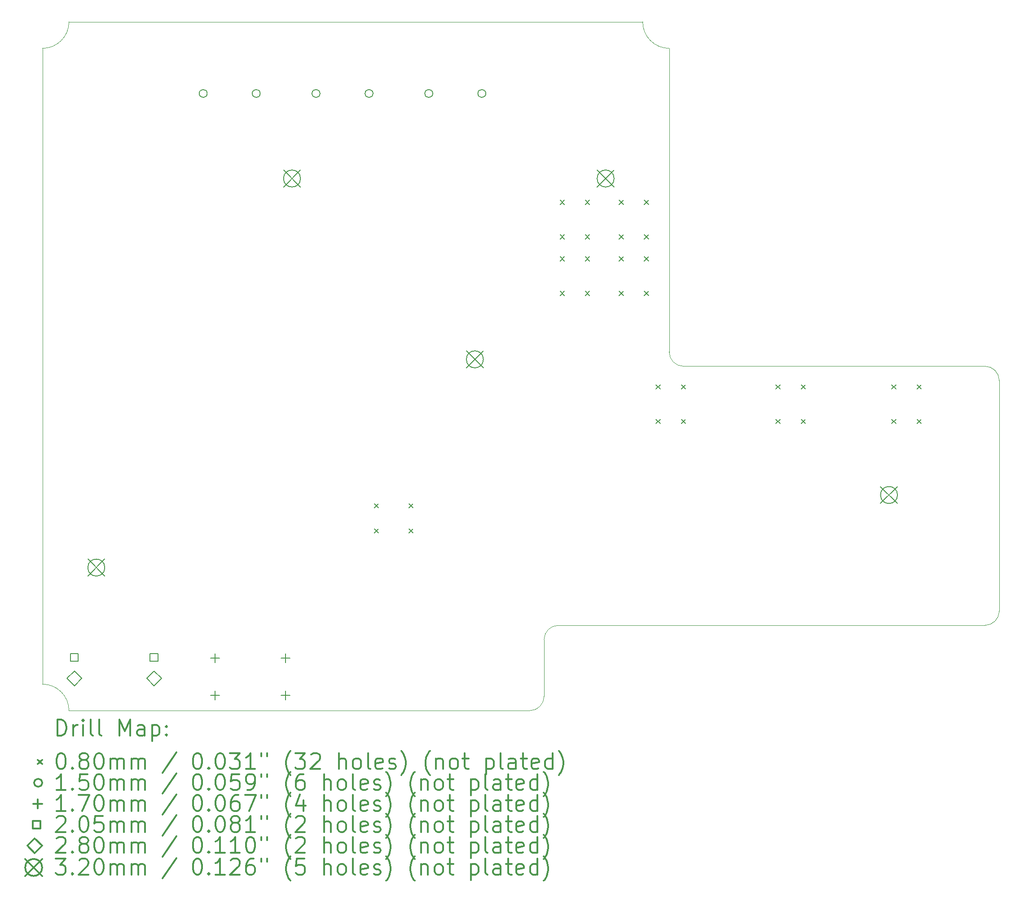
<source format=gbr>
%FSLAX45Y45*%
G04 Gerber Fmt 4.5, Leading zero omitted, Abs format (unit mm)*
G04 Created by KiCad (PCBNEW (5.1.4)-1) date 2020-03-11 17:27:01*
%MOMM*%
%LPD*%
G04 APERTURE LIST*
%ADD10C,0.120000*%
%ADD11C,0.200000*%
%ADD12C,0.300000*%
G04 APERTURE END LIST*
D10*
X7769800Y-1620860D02*
X7769800Y-2690860D01*
X7769800Y-1620860D02*
G75*
G02X8039800Y-1350860I270000J0D01*
G01*
X16084800Y-1350860D02*
X8039800Y-1350860D01*
X7769800Y-2690860D02*
G75*
G02X7499800Y-2960860I-270000J0D01*
G01*
X16354800Y-1080860D02*
G75*
G02X16084800Y-1350860I-270000J0D01*
G01*
X16084800Y3539140D02*
G75*
G02X16354800Y3269140I0J-270000D01*
G01*
X16084800Y3539140D02*
X10399800Y3539140D01*
X16354800Y3269140D02*
X16354800Y-1080860D01*
X-1190200Y10039140D02*
X9629800Y10039140D01*
X-1690200Y-2460860D02*
X-1690200Y9539140D01*
X7499800Y-2960860D02*
X-1190200Y-2960860D01*
X10399800Y3539140D02*
G75*
G02X10129800Y3809140I0J270000D01*
G01*
X10129800Y9539140D02*
X10129800Y3809140D01*
X-1190200Y-2960860D02*
G75*
G03X-1690200Y-2460860I-500000J0D01*
G01*
X9629800Y10039140D02*
G75*
G03X10129800Y9539140I500000J0D01*
G01*
X-1690200Y9539140D02*
G75*
G03X-1190200Y10039140I0J500000D01*
G01*
D11*
X8072750Y6671740D02*
X8152750Y6591740D01*
X8152750Y6671740D02*
X8072750Y6591740D01*
X8072750Y6021740D02*
X8152750Y5941740D01*
X8152750Y6021740D02*
X8072750Y5941740D01*
X8547750Y6671740D02*
X8627750Y6591740D01*
X8627750Y6671740D02*
X8547750Y6591740D01*
X8547750Y6021740D02*
X8627750Y5941740D01*
X8627750Y6021740D02*
X8547750Y5941740D01*
X9187300Y6671740D02*
X9267300Y6591740D01*
X9267300Y6671740D02*
X9187300Y6591740D01*
X9187300Y6021740D02*
X9267300Y5941740D01*
X9267300Y6021740D02*
X9187300Y5941740D01*
X9662300Y6671740D02*
X9742300Y6591740D01*
X9742300Y6671740D02*
X9662300Y6591740D01*
X9662300Y6021740D02*
X9742300Y5941740D01*
X9742300Y6021740D02*
X9662300Y5941740D01*
X12143100Y3188540D02*
X12223100Y3108540D01*
X12223100Y3188540D02*
X12143100Y3108540D01*
X12143100Y2538540D02*
X12223100Y2458540D01*
X12223100Y2538540D02*
X12143100Y2458540D01*
X12618100Y3188540D02*
X12698100Y3108540D01*
X12698100Y3188540D02*
X12618100Y3108540D01*
X12618100Y2538540D02*
X12698100Y2458540D01*
X12698100Y2538540D02*
X12618100Y2458540D01*
X8072750Y5604940D02*
X8152750Y5524940D01*
X8152750Y5604940D02*
X8072750Y5524940D01*
X8072750Y4954940D02*
X8152750Y4874940D01*
X8152750Y4954940D02*
X8072750Y4874940D01*
X8547750Y5604940D02*
X8627750Y5524940D01*
X8627750Y5604940D02*
X8547750Y5524940D01*
X8547750Y4954940D02*
X8627750Y4874940D01*
X8627750Y4954940D02*
X8547750Y4874940D01*
X9882500Y3188540D02*
X9962500Y3108540D01*
X9962500Y3188540D02*
X9882500Y3108540D01*
X9882500Y2538540D02*
X9962500Y2458540D01*
X9962500Y2538540D02*
X9882500Y2458540D01*
X10357500Y3188540D02*
X10437500Y3108540D01*
X10437500Y3188540D02*
X10357500Y3108540D01*
X10357500Y2538540D02*
X10437500Y2458540D01*
X10437500Y2538540D02*
X10357500Y2458540D01*
X9187300Y5604940D02*
X9267300Y5524940D01*
X9267300Y5604940D02*
X9187300Y5524940D01*
X9187300Y4954940D02*
X9267300Y4874940D01*
X9267300Y4954940D02*
X9187300Y4874940D01*
X9662300Y5604940D02*
X9742300Y5524940D01*
X9742300Y5604940D02*
X9662300Y5524940D01*
X9662300Y4954940D02*
X9742300Y4874940D01*
X9742300Y4954940D02*
X9662300Y4874940D01*
X4568620Y945520D02*
X4648620Y865520D01*
X4648620Y945520D02*
X4568620Y865520D01*
X4568620Y470520D02*
X4648620Y390520D01*
X4648620Y470520D02*
X4568620Y390520D01*
X5218620Y945520D02*
X5298620Y865520D01*
X5298620Y945520D02*
X5218620Y865520D01*
X5218620Y470520D02*
X5298620Y390520D01*
X5298620Y470520D02*
X5218620Y390520D01*
X14327500Y3188540D02*
X14407500Y3108540D01*
X14407500Y3188540D02*
X14327500Y3108540D01*
X14327500Y2538540D02*
X14407500Y2458540D01*
X14407500Y2538540D02*
X14327500Y2458540D01*
X14802500Y3188540D02*
X14882500Y3108540D01*
X14882500Y3188540D02*
X14802500Y3108540D01*
X14802500Y2538540D02*
X14882500Y2458540D01*
X14882500Y2538540D02*
X14802500Y2458540D01*
X1416500Y8687480D02*
G75*
G03X1416500Y8687480I-75000J0D01*
G01*
X2416500Y8687480D02*
G75*
G03X2416500Y8687480I-75000J0D01*
G01*
X3543750Y8687480D02*
G75*
G03X3543750Y8687480I-75000J0D01*
G01*
X4543750Y8687480D02*
G75*
G03X4543750Y8687480I-75000J0D01*
G01*
X5671000Y8687480D02*
G75*
G03X5671000Y8687480I-75000J0D01*
G01*
X6671000Y8687480D02*
G75*
G03X6671000Y8687480I-75000J0D01*
G01*
X2896660Y-1883860D02*
X2896660Y-2053860D01*
X2811660Y-1968860D02*
X2981660Y-1968860D01*
X2896660Y-2583860D02*
X2896660Y-2753860D01*
X2811660Y-2668860D02*
X2981660Y-2668860D01*
X1560860Y-1883860D02*
X1560860Y-2053860D01*
X1475860Y-1968860D02*
X1645860Y-1968860D01*
X1560860Y-2583860D02*
X1560860Y-2753860D01*
X1475860Y-2668860D02*
X1645860Y-2668860D01*
X-1014071Y-2025789D02*
X-1014071Y-1880831D01*
X-1159029Y-1880831D01*
X-1159029Y-2025789D01*
X-1014071Y-2025789D01*
X485929Y-2025789D02*
X485929Y-1880831D01*
X340971Y-1880831D01*
X340971Y-2025789D01*
X485929Y-2025789D01*
X-1086550Y-2493310D02*
X-946550Y-2353310D01*
X-1086550Y-2213310D01*
X-1226550Y-2353310D01*
X-1086550Y-2493310D01*
X413450Y-2493310D02*
X553450Y-2353310D01*
X413450Y-2213310D01*
X273450Y-2353310D01*
X413450Y-2493310D01*
X-835200Y-100860D02*
X-515200Y-420860D01*
X-515200Y-100860D02*
X-835200Y-420860D01*
X-515200Y-260860D02*
G75*
G03X-515200Y-260860I-160000J0D01*
G01*
X8770640Y7242790D02*
X9090640Y6922790D01*
X9090640Y7242790D02*
X8770640Y6922790D01*
X9090640Y7082790D02*
G75*
G03X9090640Y7082790I-160000J0D01*
G01*
X2856250Y7242790D02*
X3176250Y6922790D01*
X3176250Y7242790D02*
X2856250Y6922790D01*
X3176250Y7082790D02*
G75*
G03X3176250Y7082790I-160000J0D01*
G01*
X14114800Y1269140D02*
X14434800Y949140D01*
X14434800Y1269140D02*
X14114800Y949140D01*
X14434800Y1109140D02*
G75*
G03X14434800Y1109140I-160000J0D01*
G01*
X6304800Y3829140D02*
X6624800Y3509140D01*
X6624800Y3829140D02*
X6304800Y3509140D01*
X6624800Y3669140D02*
G75*
G03X6624800Y3669140I-160000J0D01*
G01*
D12*
X-1409772Y-3432574D02*
X-1409772Y-3132574D01*
X-1338343Y-3132574D01*
X-1295486Y-3146860D01*
X-1266914Y-3175431D01*
X-1252629Y-3204003D01*
X-1238343Y-3261146D01*
X-1238343Y-3304003D01*
X-1252629Y-3361146D01*
X-1266914Y-3389717D01*
X-1295486Y-3418289D01*
X-1338343Y-3432574D01*
X-1409772Y-3432574D01*
X-1109772Y-3432574D02*
X-1109772Y-3232574D01*
X-1109772Y-3289717D02*
X-1095486Y-3261146D01*
X-1081200Y-3246860D01*
X-1052629Y-3232574D01*
X-1024057Y-3232574D01*
X-924057Y-3432574D02*
X-924057Y-3232574D01*
X-924057Y-3132574D02*
X-938343Y-3146860D01*
X-924057Y-3161146D01*
X-909772Y-3146860D01*
X-924057Y-3132574D01*
X-924057Y-3161146D01*
X-738343Y-3432574D02*
X-766914Y-3418289D01*
X-781200Y-3389717D01*
X-781200Y-3132574D01*
X-581200Y-3432574D02*
X-609772Y-3418289D01*
X-624057Y-3389717D01*
X-624057Y-3132574D01*
X-238343Y-3432574D02*
X-238343Y-3132574D01*
X-138343Y-3346860D01*
X-38343Y-3132574D01*
X-38343Y-3432574D01*
X233086Y-3432574D02*
X233086Y-3275431D01*
X218800Y-3246860D01*
X190228Y-3232574D01*
X133086Y-3232574D01*
X104514Y-3246860D01*
X233086Y-3418289D02*
X204514Y-3432574D01*
X133086Y-3432574D01*
X104514Y-3418289D01*
X90228Y-3389717D01*
X90228Y-3361146D01*
X104514Y-3332574D01*
X133086Y-3318289D01*
X204514Y-3318289D01*
X233086Y-3304003D01*
X375943Y-3232574D02*
X375943Y-3532574D01*
X375943Y-3246860D02*
X404514Y-3232574D01*
X461657Y-3232574D01*
X490228Y-3246860D01*
X504514Y-3261146D01*
X518800Y-3289717D01*
X518800Y-3375431D01*
X504514Y-3404003D01*
X490228Y-3418289D01*
X461657Y-3432574D01*
X404514Y-3432574D01*
X375943Y-3418289D01*
X647371Y-3404003D02*
X661657Y-3418289D01*
X647371Y-3432574D01*
X633086Y-3418289D01*
X647371Y-3404003D01*
X647371Y-3432574D01*
X647371Y-3246860D02*
X661657Y-3261146D01*
X647371Y-3275431D01*
X633086Y-3261146D01*
X647371Y-3246860D01*
X647371Y-3275431D01*
X-1776200Y-3886860D02*
X-1696200Y-3966860D01*
X-1696200Y-3886860D02*
X-1776200Y-3966860D01*
X-1352629Y-3762574D02*
X-1324057Y-3762574D01*
X-1295486Y-3776860D01*
X-1281200Y-3791146D01*
X-1266914Y-3819717D01*
X-1252629Y-3876860D01*
X-1252629Y-3948289D01*
X-1266914Y-4005431D01*
X-1281200Y-4034003D01*
X-1295486Y-4048289D01*
X-1324057Y-4062574D01*
X-1352629Y-4062574D01*
X-1381200Y-4048289D01*
X-1395486Y-4034003D01*
X-1409772Y-4005431D01*
X-1424057Y-3948289D01*
X-1424057Y-3876860D01*
X-1409772Y-3819717D01*
X-1395486Y-3791146D01*
X-1381200Y-3776860D01*
X-1352629Y-3762574D01*
X-1124057Y-4034003D02*
X-1109772Y-4048289D01*
X-1124057Y-4062574D01*
X-1138343Y-4048289D01*
X-1124057Y-4034003D01*
X-1124057Y-4062574D01*
X-938343Y-3891146D02*
X-966914Y-3876860D01*
X-981200Y-3862574D01*
X-995486Y-3834003D01*
X-995486Y-3819717D01*
X-981200Y-3791146D01*
X-966914Y-3776860D01*
X-938343Y-3762574D01*
X-881200Y-3762574D01*
X-852629Y-3776860D01*
X-838343Y-3791146D01*
X-824057Y-3819717D01*
X-824057Y-3834003D01*
X-838343Y-3862574D01*
X-852629Y-3876860D01*
X-881200Y-3891146D01*
X-938343Y-3891146D01*
X-966914Y-3905431D01*
X-981200Y-3919717D01*
X-995486Y-3948289D01*
X-995486Y-4005431D01*
X-981200Y-4034003D01*
X-966914Y-4048289D01*
X-938343Y-4062574D01*
X-881200Y-4062574D01*
X-852629Y-4048289D01*
X-838343Y-4034003D01*
X-824057Y-4005431D01*
X-824057Y-3948289D01*
X-838343Y-3919717D01*
X-852629Y-3905431D01*
X-881200Y-3891146D01*
X-638343Y-3762574D02*
X-609772Y-3762574D01*
X-581200Y-3776860D01*
X-566914Y-3791146D01*
X-552629Y-3819717D01*
X-538343Y-3876860D01*
X-538343Y-3948289D01*
X-552629Y-4005431D01*
X-566914Y-4034003D01*
X-581200Y-4048289D01*
X-609772Y-4062574D01*
X-638343Y-4062574D01*
X-666914Y-4048289D01*
X-681200Y-4034003D01*
X-695486Y-4005431D01*
X-709772Y-3948289D01*
X-709772Y-3876860D01*
X-695486Y-3819717D01*
X-681200Y-3791146D01*
X-666914Y-3776860D01*
X-638343Y-3762574D01*
X-409772Y-4062574D02*
X-409772Y-3862574D01*
X-409772Y-3891146D02*
X-395486Y-3876860D01*
X-366914Y-3862574D01*
X-324057Y-3862574D01*
X-295486Y-3876860D01*
X-281200Y-3905431D01*
X-281200Y-4062574D01*
X-281200Y-3905431D02*
X-266914Y-3876860D01*
X-238343Y-3862574D01*
X-195486Y-3862574D01*
X-166914Y-3876860D01*
X-152629Y-3905431D01*
X-152629Y-4062574D01*
X-9772Y-4062574D02*
X-9772Y-3862574D01*
X-9772Y-3891146D02*
X4514Y-3876860D01*
X33086Y-3862574D01*
X75943Y-3862574D01*
X104514Y-3876860D01*
X118800Y-3905431D01*
X118800Y-4062574D01*
X118800Y-3905431D02*
X133086Y-3876860D01*
X161657Y-3862574D01*
X204514Y-3862574D01*
X233086Y-3876860D01*
X247371Y-3905431D01*
X247371Y-4062574D01*
X833086Y-3748289D02*
X575943Y-4134003D01*
X1218800Y-3762574D02*
X1247371Y-3762574D01*
X1275943Y-3776860D01*
X1290228Y-3791146D01*
X1304514Y-3819717D01*
X1318800Y-3876860D01*
X1318800Y-3948289D01*
X1304514Y-4005431D01*
X1290228Y-4034003D01*
X1275943Y-4048289D01*
X1247371Y-4062574D01*
X1218800Y-4062574D01*
X1190228Y-4048289D01*
X1175943Y-4034003D01*
X1161657Y-4005431D01*
X1147371Y-3948289D01*
X1147371Y-3876860D01*
X1161657Y-3819717D01*
X1175943Y-3791146D01*
X1190228Y-3776860D01*
X1218800Y-3762574D01*
X1447371Y-4034003D02*
X1461657Y-4048289D01*
X1447371Y-4062574D01*
X1433086Y-4048289D01*
X1447371Y-4034003D01*
X1447371Y-4062574D01*
X1647371Y-3762574D02*
X1675943Y-3762574D01*
X1704514Y-3776860D01*
X1718800Y-3791146D01*
X1733086Y-3819717D01*
X1747371Y-3876860D01*
X1747371Y-3948289D01*
X1733086Y-4005431D01*
X1718800Y-4034003D01*
X1704514Y-4048289D01*
X1675943Y-4062574D01*
X1647371Y-4062574D01*
X1618800Y-4048289D01*
X1604514Y-4034003D01*
X1590228Y-4005431D01*
X1575943Y-3948289D01*
X1575943Y-3876860D01*
X1590228Y-3819717D01*
X1604514Y-3791146D01*
X1618800Y-3776860D01*
X1647371Y-3762574D01*
X1847371Y-3762574D02*
X2033086Y-3762574D01*
X1933086Y-3876860D01*
X1975943Y-3876860D01*
X2004514Y-3891146D01*
X2018800Y-3905431D01*
X2033086Y-3934003D01*
X2033086Y-4005431D01*
X2018800Y-4034003D01*
X2004514Y-4048289D01*
X1975943Y-4062574D01*
X1890228Y-4062574D01*
X1861657Y-4048289D01*
X1847371Y-4034003D01*
X2318800Y-4062574D02*
X2147371Y-4062574D01*
X2233086Y-4062574D02*
X2233086Y-3762574D01*
X2204514Y-3805431D01*
X2175943Y-3834003D01*
X2147371Y-3848289D01*
X2433086Y-3762574D02*
X2433086Y-3819717D01*
X2547371Y-3762574D02*
X2547371Y-3819717D01*
X2990228Y-4176860D02*
X2975943Y-4162574D01*
X2947371Y-4119717D01*
X2933086Y-4091146D01*
X2918800Y-4048289D01*
X2904514Y-3976860D01*
X2904514Y-3919717D01*
X2918800Y-3848289D01*
X2933086Y-3805431D01*
X2947371Y-3776860D01*
X2975943Y-3734003D01*
X2990228Y-3719717D01*
X3075943Y-3762574D02*
X3261657Y-3762574D01*
X3161657Y-3876860D01*
X3204514Y-3876860D01*
X3233086Y-3891146D01*
X3247371Y-3905431D01*
X3261657Y-3934003D01*
X3261657Y-4005431D01*
X3247371Y-4034003D01*
X3233086Y-4048289D01*
X3204514Y-4062574D01*
X3118800Y-4062574D01*
X3090228Y-4048289D01*
X3075943Y-4034003D01*
X3375943Y-3791146D02*
X3390228Y-3776860D01*
X3418800Y-3762574D01*
X3490228Y-3762574D01*
X3518800Y-3776860D01*
X3533086Y-3791146D01*
X3547371Y-3819717D01*
X3547371Y-3848289D01*
X3533086Y-3891146D01*
X3361657Y-4062574D01*
X3547371Y-4062574D01*
X3904514Y-4062574D02*
X3904514Y-3762574D01*
X4033086Y-4062574D02*
X4033086Y-3905431D01*
X4018800Y-3876860D01*
X3990228Y-3862574D01*
X3947371Y-3862574D01*
X3918800Y-3876860D01*
X3904514Y-3891146D01*
X4218800Y-4062574D02*
X4190228Y-4048289D01*
X4175943Y-4034003D01*
X4161657Y-4005431D01*
X4161657Y-3919717D01*
X4175943Y-3891146D01*
X4190228Y-3876860D01*
X4218800Y-3862574D01*
X4261657Y-3862574D01*
X4290228Y-3876860D01*
X4304514Y-3891146D01*
X4318800Y-3919717D01*
X4318800Y-4005431D01*
X4304514Y-4034003D01*
X4290228Y-4048289D01*
X4261657Y-4062574D01*
X4218800Y-4062574D01*
X4490228Y-4062574D02*
X4461657Y-4048289D01*
X4447371Y-4019717D01*
X4447371Y-3762574D01*
X4718800Y-4048289D02*
X4690228Y-4062574D01*
X4633086Y-4062574D01*
X4604514Y-4048289D01*
X4590228Y-4019717D01*
X4590228Y-3905431D01*
X4604514Y-3876860D01*
X4633086Y-3862574D01*
X4690228Y-3862574D01*
X4718800Y-3876860D01*
X4733086Y-3905431D01*
X4733086Y-3934003D01*
X4590228Y-3962574D01*
X4847371Y-4048289D02*
X4875943Y-4062574D01*
X4933086Y-4062574D01*
X4961657Y-4048289D01*
X4975943Y-4019717D01*
X4975943Y-4005431D01*
X4961657Y-3976860D01*
X4933086Y-3962574D01*
X4890228Y-3962574D01*
X4861657Y-3948289D01*
X4847371Y-3919717D01*
X4847371Y-3905431D01*
X4861657Y-3876860D01*
X4890228Y-3862574D01*
X4933086Y-3862574D01*
X4961657Y-3876860D01*
X5075943Y-4176860D02*
X5090228Y-4162574D01*
X5118800Y-4119717D01*
X5133086Y-4091146D01*
X5147371Y-4048289D01*
X5161657Y-3976860D01*
X5161657Y-3919717D01*
X5147371Y-3848289D01*
X5133086Y-3805431D01*
X5118800Y-3776860D01*
X5090228Y-3734003D01*
X5075943Y-3719717D01*
X5618800Y-4176860D02*
X5604514Y-4162574D01*
X5575943Y-4119717D01*
X5561657Y-4091146D01*
X5547371Y-4048289D01*
X5533086Y-3976860D01*
X5533086Y-3919717D01*
X5547371Y-3848289D01*
X5561657Y-3805431D01*
X5575943Y-3776860D01*
X5604514Y-3734003D01*
X5618800Y-3719717D01*
X5733086Y-3862574D02*
X5733086Y-4062574D01*
X5733086Y-3891146D02*
X5747371Y-3876860D01*
X5775943Y-3862574D01*
X5818800Y-3862574D01*
X5847371Y-3876860D01*
X5861657Y-3905431D01*
X5861657Y-4062574D01*
X6047371Y-4062574D02*
X6018800Y-4048289D01*
X6004514Y-4034003D01*
X5990228Y-4005431D01*
X5990228Y-3919717D01*
X6004514Y-3891146D01*
X6018800Y-3876860D01*
X6047371Y-3862574D01*
X6090228Y-3862574D01*
X6118800Y-3876860D01*
X6133086Y-3891146D01*
X6147371Y-3919717D01*
X6147371Y-4005431D01*
X6133086Y-4034003D01*
X6118800Y-4048289D01*
X6090228Y-4062574D01*
X6047371Y-4062574D01*
X6233086Y-3862574D02*
X6347371Y-3862574D01*
X6275943Y-3762574D02*
X6275943Y-4019717D01*
X6290228Y-4048289D01*
X6318800Y-4062574D01*
X6347371Y-4062574D01*
X6675943Y-3862574D02*
X6675943Y-4162574D01*
X6675943Y-3876860D02*
X6704514Y-3862574D01*
X6761657Y-3862574D01*
X6790228Y-3876860D01*
X6804514Y-3891146D01*
X6818800Y-3919717D01*
X6818800Y-4005431D01*
X6804514Y-4034003D01*
X6790228Y-4048289D01*
X6761657Y-4062574D01*
X6704514Y-4062574D01*
X6675943Y-4048289D01*
X6990228Y-4062574D02*
X6961657Y-4048289D01*
X6947371Y-4019717D01*
X6947371Y-3762574D01*
X7233086Y-4062574D02*
X7233086Y-3905431D01*
X7218800Y-3876860D01*
X7190228Y-3862574D01*
X7133086Y-3862574D01*
X7104514Y-3876860D01*
X7233086Y-4048289D02*
X7204514Y-4062574D01*
X7133086Y-4062574D01*
X7104514Y-4048289D01*
X7090228Y-4019717D01*
X7090228Y-3991146D01*
X7104514Y-3962574D01*
X7133086Y-3948289D01*
X7204514Y-3948289D01*
X7233086Y-3934003D01*
X7333086Y-3862574D02*
X7447371Y-3862574D01*
X7375943Y-3762574D02*
X7375943Y-4019717D01*
X7390228Y-4048289D01*
X7418800Y-4062574D01*
X7447371Y-4062574D01*
X7661657Y-4048289D02*
X7633086Y-4062574D01*
X7575943Y-4062574D01*
X7547371Y-4048289D01*
X7533086Y-4019717D01*
X7533086Y-3905431D01*
X7547371Y-3876860D01*
X7575943Y-3862574D01*
X7633086Y-3862574D01*
X7661657Y-3876860D01*
X7675943Y-3905431D01*
X7675943Y-3934003D01*
X7533086Y-3962574D01*
X7933086Y-4062574D02*
X7933086Y-3762574D01*
X7933086Y-4048289D02*
X7904514Y-4062574D01*
X7847371Y-4062574D01*
X7818800Y-4048289D01*
X7804514Y-4034003D01*
X7790228Y-4005431D01*
X7790228Y-3919717D01*
X7804514Y-3891146D01*
X7818800Y-3876860D01*
X7847371Y-3862574D01*
X7904514Y-3862574D01*
X7933086Y-3876860D01*
X8047371Y-4176860D02*
X8061657Y-4162574D01*
X8090228Y-4119717D01*
X8104514Y-4091146D01*
X8118800Y-4048289D01*
X8133086Y-3976860D01*
X8133086Y-3919717D01*
X8118800Y-3848289D01*
X8104514Y-3805431D01*
X8090228Y-3776860D01*
X8061657Y-3734003D01*
X8047371Y-3719717D01*
X-1696200Y-4322860D02*
G75*
G03X-1696200Y-4322860I-75000J0D01*
G01*
X-1252629Y-4458574D02*
X-1424057Y-4458574D01*
X-1338343Y-4458574D02*
X-1338343Y-4158574D01*
X-1366914Y-4201432D01*
X-1395486Y-4230003D01*
X-1424057Y-4244289D01*
X-1124057Y-4430003D02*
X-1109772Y-4444289D01*
X-1124057Y-4458574D01*
X-1138343Y-4444289D01*
X-1124057Y-4430003D01*
X-1124057Y-4458574D01*
X-838343Y-4158574D02*
X-981200Y-4158574D01*
X-995486Y-4301432D01*
X-981200Y-4287146D01*
X-952629Y-4272860D01*
X-881200Y-4272860D01*
X-852629Y-4287146D01*
X-838343Y-4301432D01*
X-824057Y-4330003D01*
X-824057Y-4401432D01*
X-838343Y-4430003D01*
X-852629Y-4444289D01*
X-881200Y-4458574D01*
X-952629Y-4458574D01*
X-981200Y-4444289D01*
X-995486Y-4430003D01*
X-638343Y-4158574D02*
X-609772Y-4158574D01*
X-581200Y-4172860D01*
X-566914Y-4187146D01*
X-552629Y-4215717D01*
X-538343Y-4272860D01*
X-538343Y-4344289D01*
X-552629Y-4401432D01*
X-566914Y-4430003D01*
X-581200Y-4444289D01*
X-609772Y-4458574D01*
X-638343Y-4458574D01*
X-666914Y-4444289D01*
X-681200Y-4430003D01*
X-695486Y-4401432D01*
X-709772Y-4344289D01*
X-709772Y-4272860D01*
X-695486Y-4215717D01*
X-681200Y-4187146D01*
X-666914Y-4172860D01*
X-638343Y-4158574D01*
X-409772Y-4458574D02*
X-409772Y-4258574D01*
X-409772Y-4287146D02*
X-395486Y-4272860D01*
X-366914Y-4258574D01*
X-324057Y-4258574D01*
X-295486Y-4272860D01*
X-281200Y-4301432D01*
X-281200Y-4458574D01*
X-281200Y-4301432D02*
X-266914Y-4272860D01*
X-238343Y-4258574D01*
X-195486Y-4258574D01*
X-166914Y-4272860D01*
X-152629Y-4301432D01*
X-152629Y-4458574D01*
X-9772Y-4458574D02*
X-9772Y-4258574D01*
X-9772Y-4287146D02*
X4514Y-4272860D01*
X33086Y-4258574D01*
X75943Y-4258574D01*
X104514Y-4272860D01*
X118800Y-4301432D01*
X118800Y-4458574D01*
X118800Y-4301432D02*
X133086Y-4272860D01*
X161657Y-4258574D01*
X204514Y-4258574D01*
X233086Y-4272860D01*
X247371Y-4301432D01*
X247371Y-4458574D01*
X833086Y-4144289D02*
X575943Y-4530003D01*
X1218800Y-4158574D02*
X1247371Y-4158574D01*
X1275943Y-4172860D01*
X1290228Y-4187146D01*
X1304514Y-4215717D01*
X1318800Y-4272860D01*
X1318800Y-4344289D01*
X1304514Y-4401432D01*
X1290228Y-4430003D01*
X1275943Y-4444289D01*
X1247371Y-4458574D01*
X1218800Y-4458574D01*
X1190228Y-4444289D01*
X1175943Y-4430003D01*
X1161657Y-4401432D01*
X1147371Y-4344289D01*
X1147371Y-4272860D01*
X1161657Y-4215717D01*
X1175943Y-4187146D01*
X1190228Y-4172860D01*
X1218800Y-4158574D01*
X1447371Y-4430003D02*
X1461657Y-4444289D01*
X1447371Y-4458574D01*
X1433086Y-4444289D01*
X1447371Y-4430003D01*
X1447371Y-4458574D01*
X1647371Y-4158574D02*
X1675943Y-4158574D01*
X1704514Y-4172860D01*
X1718800Y-4187146D01*
X1733086Y-4215717D01*
X1747371Y-4272860D01*
X1747371Y-4344289D01*
X1733086Y-4401432D01*
X1718800Y-4430003D01*
X1704514Y-4444289D01*
X1675943Y-4458574D01*
X1647371Y-4458574D01*
X1618800Y-4444289D01*
X1604514Y-4430003D01*
X1590228Y-4401432D01*
X1575943Y-4344289D01*
X1575943Y-4272860D01*
X1590228Y-4215717D01*
X1604514Y-4187146D01*
X1618800Y-4172860D01*
X1647371Y-4158574D01*
X2018800Y-4158574D02*
X1875943Y-4158574D01*
X1861657Y-4301432D01*
X1875943Y-4287146D01*
X1904514Y-4272860D01*
X1975943Y-4272860D01*
X2004514Y-4287146D01*
X2018800Y-4301432D01*
X2033086Y-4330003D01*
X2033086Y-4401432D01*
X2018800Y-4430003D01*
X2004514Y-4444289D01*
X1975943Y-4458574D01*
X1904514Y-4458574D01*
X1875943Y-4444289D01*
X1861657Y-4430003D01*
X2175943Y-4458574D02*
X2233086Y-4458574D01*
X2261657Y-4444289D01*
X2275943Y-4430003D01*
X2304514Y-4387146D01*
X2318800Y-4330003D01*
X2318800Y-4215717D01*
X2304514Y-4187146D01*
X2290228Y-4172860D01*
X2261657Y-4158574D01*
X2204514Y-4158574D01*
X2175943Y-4172860D01*
X2161657Y-4187146D01*
X2147371Y-4215717D01*
X2147371Y-4287146D01*
X2161657Y-4315717D01*
X2175943Y-4330003D01*
X2204514Y-4344289D01*
X2261657Y-4344289D01*
X2290228Y-4330003D01*
X2304514Y-4315717D01*
X2318800Y-4287146D01*
X2433086Y-4158574D02*
X2433086Y-4215717D01*
X2547371Y-4158574D02*
X2547371Y-4215717D01*
X2990228Y-4572860D02*
X2975943Y-4558574D01*
X2947371Y-4515717D01*
X2933086Y-4487146D01*
X2918800Y-4444289D01*
X2904514Y-4372860D01*
X2904514Y-4315717D01*
X2918800Y-4244289D01*
X2933086Y-4201432D01*
X2947371Y-4172860D01*
X2975943Y-4130003D01*
X2990228Y-4115717D01*
X3233086Y-4158574D02*
X3175943Y-4158574D01*
X3147371Y-4172860D01*
X3133086Y-4187146D01*
X3104514Y-4230003D01*
X3090228Y-4287146D01*
X3090228Y-4401432D01*
X3104514Y-4430003D01*
X3118800Y-4444289D01*
X3147371Y-4458574D01*
X3204514Y-4458574D01*
X3233086Y-4444289D01*
X3247371Y-4430003D01*
X3261657Y-4401432D01*
X3261657Y-4330003D01*
X3247371Y-4301432D01*
X3233086Y-4287146D01*
X3204514Y-4272860D01*
X3147371Y-4272860D01*
X3118800Y-4287146D01*
X3104514Y-4301432D01*
X3090228Y-4330003D01*
X3618800Y-4458574D02*
X3618800Y-4158574D01*
X3747371Y-4458574D02*
X3747371Y-4301432D01*
X3733086Y-4272860D01*
X3704514Y-4258574D01*
X3661657Y-4258574D01*
X3633086Y-4272860D01*
X3618800Y-4287146D01*
X3933086Y-4458574D02*
X3904514Y-4444289D01*
X3890228Y-4430003D01*
X3875943Y-4401432D01*
X3875943Y-4315717D01*
X3890228Y-4287146D01*
X3904514Y-4272860D01*
X3933086Y-4258574D01*
X3975943Y-4258574D01*
X4004514Y-4272860D01*
X4018800Y-4287146D01*
X4033086Y-4315717D01*
X4033086Y-4401432D01*
X4018800Y-4430003D01*
X4004514Y-4444289D01*
X3975943Y-4458574D01*
X3933086Y-4458574D01*
X4204514Y-4458574D02*
X4175943Y-4444289D01*
X4161657Y-4415717D01*
X4161657Y-4158574D01*
X4433086Y-4444289D02*
X4404514Y-4458574D01*
X4347371Y-4458574D01*
X4318800Y-4444289D01*
X4304514Y-4415717D01*
X4304514Y-4301432D01*
X4318800Y-4272860D01*
X4347371Y-4258574D01*
X4404514Y-4258574D01*
X4433086Y-4272860D01*
X4447371Y-4301432D01*
X4447371Y-4330003D01*
X4304514Y-4358574D01*
X4561657Y-4444289D02*
X4590228Y-4458574D01*
X4647371Y-4458574D01*
X4675943Y-4444289D01*
X4690228Y-4415717D01*
X4690228Y-4401432D01*
X4675943Y-4372860D01*
X4647371Y-4358574D01*
X4604514Y-4358574D01*
X4575943Y-4344289D01*
X4561657Y-4315717D01*
X4561657Y-4301432D01*
X4575943Y-4272860D01*
X4604514Y-4258574D01*
X4647371Y-4258574D01*
X4675943Y-4272860D01*
X4790228Y-4572860D02*
X4804514Y-4558574D01*
X4833086Y-4515717D01*
X4847371Y-4487146D01*
X4861657Y-4444289D01*
X4875943Y-4372860D01*
X4875943Y-4315717D01*
X4861657Y-4244289D01*
X4847371Y-4201432D01*
X4833086Y-4172860D01*
X4804514Y-4130003D01*
X4790228Y-4115717D01*
X5333086Y-4572860D02*
X5318800Y-4558574D01*
X5290228Y-4515717D01*
X5275943Y-4487146D01*
X5261657Y-4444289D01*
X5247371Y-4372860D01*
X5247371Y-4315717D01*
X5261657Y-4244289D01*
X5275943Y-4201432D01*
X5290228Y-4172860D01*
X5318800Y-4130003D01*
X5333086Y-4115717D01*
X5447371Y-4258574D02*
X5447371Y-4458574D01*
X5447371Y-4287146D02*
X5461657Y-4272860D01*
X5490228Y-4258574D01*
X5533086Y-4258574D01*
X5561657Y-4272860D01*
X5575943Y-4301432D01*
X5575943Y-4458574D01*
X5761657Y-4458574D02*
X5733086Y-4444289D01*
X5718800Y-4430003D01*
X5704514Y-4401432D01*
X5704514Y-4315717D01*
X5718800Y-4287146D01*
X5733086Y-4272860D01*
X5761657Y-4258574D01*
X5804514Y-4258574D01*
X5833086Y-4272860D01*
X5847371Y-4287146D01*
X5861657Y-4315717D01*
X5861657Y-4401432D01*
X5847371Y-4430003D01*
X5833086Y-4444289D01*
X5804514Y-4458574D01*
X5761657Y-4458574D01*
X5947371Y-4258574D02*
X6061657Y-4258574D01*
X5990228Y-4158574D02*
X5990228Y-4415717D01*
X6004514Y-4444289D01*
X6033086Y-4458574D01*
X6061657Y-4458574D01*
X6390228Y-4258574D02*
X6390228Y-4558574D01*
X6390228Y-4272860D02*
X6418800Y-4258574D01*
X6475943Y-4258574D01*
X6504514Y-4272860D01*
X6518800Y-4287146D01*
X6533086Y-4315717D01*
X6533086Y-4401432D01*
X6518800Y-4430003D01*
X6504514Y-4444289D01*
X6475943Y-4458574D01*
X6418800Y-4458574D01*
X6390228Y-4444289D01*
X6704514Y-4458574D02*
X6675943Y-4444289D01*
X6661657Y-4415717D01*
X6661657Y-4158574D01*
X6947371Y-4458574D02*
X6947371Y-4301432D01*
X6933086Y-4272860D01*
X6904514Y-4258574D01*
X6847371Y-4258574D01*
X6818800Y-4272860D01*
X6947371Y-4444289D02*
X6918800Y-4458574D01*
X6847371Y-4458574D01*
X6818800Y-4444289D01*
X6804514Y-4415717D01*
X6804514Y-4387146D01*
X6818800Y-4358574D01*
X6847371Y-4344289D01*
X6918800Y-4344289D01*
X6947371Y-4330003D01*
X7047371Y-4258574D02*
X7161657Y-4258574D01*
X7090228Y-4158574D02*
X7090228Y-4415717D01*
X7104514Y-4444289D01*
X7133086Y-4458574D01*
X7161657Y-4458574D01*
X7375943Y-4444289D02*
X7347371Y-4458574D01*
X7290228Y-4458574D01*
X7261657Y-4444289D01*
X7247371Y-4415717D01*
X7247371Y-4301432D01*
X7261657Y-4272860D01*
X7290228Y-4258574D01*
X7347371Y-4258574D01*
X7375943Y-4272860D01*
X7390228Y-4301432D01*
X7390228Y-4330003D01*
X7247371Y-4358574D01*
X7647371Y-4458574D02*
X7647371Y-4158574D01*
X7647371Y-4444289D02*
X7618800Y-4458574D01*
X7561657Y-4458574D01*
X7533086Y-4444289D01*
X7518800Y-4430003D01*
X7504514Y-4401432D01*
X7504514Y-4315717D01*
X7518800Y-4287146D01*
X7533086Y-4272860D01*
X7561657Y-4258574D01*
X7618800Y-4258574D01*
X7647371Y-4272860D01*
X7761657Y-4572860D02*
X7775943Y-4558574D01*
X7804514Y-4515717D01*
X7818800Y-4487146D01*
X7833086Y-4444289D01*
X7847371Y-4372860D01*
X7847371Y-4315717D01*
X7833086Y-4244289D01*
X7818800Y-4201432D01*
X7804514Y-4172860D01*
X7775943Y-4130003D01*
X7761657Y-4115717D01*
X-1781200Y-4633860D02*
X-1781200Y-4803860D01*
X-1866200Y-4718860D02*
X-1696200Y-4718860D01*
X-1252629Y-4854574D02*
X-1424057Y-4854574D01*
X-1338343Y-4854574D02*
X-1338343Y-4554574D01*
X-1366914Y-4597432D01*
X-1395486Y-4626003D01*
X-1424057Y-4640289D01*
X-1124057Y-4826003D02*
X-1109772Y-4840289D01*
X-1124057Y-4854574D01*
X-1138343Y-4840289D01*
X-1124057Y-4826003D01*
X-1124057Y-4854574D01*
X-1009772Y-4554574D02*
X-809772Y-4554574D01*
X-938343Y-4854574D01*
X-638343Y-4554574D02*
X-609772Y-4554574D01*
X-581200Y-4568860D01*
X-566914Y-4583146D01*
X-552629Y-4611717D01*
X-538343Y-4668860D01*
X-538343Y-4740289D01*
X-552629Y-4797432D01*
X-566914Y-4826003D01*
X-581200Y-4840289D01*
X-609772Y-4854574D01*
X-638343Y-4854574D01*
X-666914Y-4840289D01*
X-681200Y-4826003D01*
X-695486Y-4797432D01*
X-709772Y-4740289D01*
X-709772Y-4668860D01*
X-695486Y-4611717D01*
X-681200Y-4583146D01*
X-666914Y-4568860D01*
X-638343Y-4554574D01*
X-409772Y-4854574D02*
X-409772Y-4654574D01*
X-409772Y-4683146D02*
X-395486Y-4668860D01*
X-366914Y-4654574D01*
X-324057Y-4654574D01*
X-295486Y-4668860D01*
X-281200Y-4697432D01*
X-281200Y-4854574D01*
X-281200Y-4697432D02*
X-266914Y-4668860D01*
X-238343Y-4654574D01*
X-195486Y-4654574D01*
X-166914Y-4668860D01*
X-152629Y-4697432D01*
X-152629Y-4854574D01*
X-9772Y-4854574D02*
X-9772Y-4654574D01*
X-9772Y-4683146D02*
X4514Y-4668860D01*
X33086Y-4654574D01*
X75943Y-4654574D01*
X104514Y-4668860D01*
X118800Y-4697432D01*
X118800Y-4854574D01*
X118800Y-4697432D02*
X133086Y-4668860D01*
X161657Y-4654574D01*
X204514Y-4654574D01*
X233086Y-4668860D01*
X247371Y-4697432D01*
X247371Y-4854574D01*
X833086Y-4540289D02*
X575943Y-4926003D01*
X1218800Y-4554574D02*
X1247371Y-4554574D01*
X1275943Y-4568860D01*
X1290228Y-4583146D01*
X1304514Y-4611717D01*
X1318800Y-4668860D01*
X1318800Y-4740289D01*
X1304514Y-4797432D01*
X1290228Y-4826003D01*
X1275943Y-4840289D01*
X1247371Y-4854574D01*
X1218800Y-4854574D01*
X1190228Y-4840289D01*
X1175943Y-4826003D01*
X1161657Y-4797432D01*
X1147371Y-4740289D01*
X1147371Y-4668860D01*
X1161657Y-4611717D01*
X1175943Y-4583146D01*
X1190228Y-4568860D01*
X1218800Y-4554574D01*
X1447371Y-4826003D02*
X1461657Y-4840289D01*
X1447371Y-4854574D01*
X1433086Y-4840289D01*
X1447371Y-4826003D01*
X1447371Y-4854574D01*
X1647371Y-4554574D02*
X1675943Y-4554574D01*
X1704514Y-4568860D01*
X1718800Y-4583146D01*
X1733086Y-4611717D01*
X1747371Y-4668860D01*
X1747371Y-4740289D01*
X1733086Y-4797432D01*
X1718800Y-4826003D01*
X1704514Y-4840289D01*
X1675943Y-4854574D01*
X1647371Y-4854574D01*
X1618800Y-4840289D01*
X1604514Y-4826003D01*
X1590228Y-4797432D01*
X1575943Y-4740289D01*
X1575943Y-4668860D01*
X1590228Y-4611717D01*
X1604514Y-4583146D01*
X1618800Y-4568860D01*
X1647371Y-4554574D01*
X2004514Y-4554574D02*
X1947371Y-4554574D01*
X1918800Y-4568860D01*
X1904514Y-4583146D01*
X1875943Y-4626003D01*
X1861657Y-4683146D01*
X1861657Y-4797432D01*
X1875943Y-4826003D01*
X1890228Y-4840289D01*
X1918800Y-4854574D01*
X1975943Y-4854574D01*
X2004514Y-4840289D01*
X2018800Y-4826003D01*
X2033086Y-4797432D01*
X2033086Y-4726003D01*
X2018800Y-4697432D01*
X2004514Y-4683146D01*
X1975943Y-4668860D01*
X1918800Y-4668860D01*
X1890228Y-4683146D01*
X1875943Y-4697432D01*
X1861657Y-4726003D01*
X2133086Y-4554574D02*
X2333086Y-4554574D01*
X2204514Y-4854574D01*
X2433086Y-4554574D02*
X2433086Y-4611717D01*
X2547371Y-4554574D02*
X2547371Y-4611717D01*
X2990228Y-4968860D02*
X2975943Y-4954574D01*
X2947371Y-4911717D01*
X2933086Y-4883146D01*
X2918800Y-4840289D01*
X2904514Y-4768860D01*
X2904514Y-4711717D01*
X2918800Y-4640289D01*
X2933086Y-4597432D01*
X2947371Y-4568860D01*
X2975943Y-4526003D01*
X2990228Y-4511717D01*
X3233086Y-4654574D02*
X3233086Y-4854574D01*
X3161657Y-4540289D02*
X3090228Y-4754574D01*
X3275943Y-4754574D01*
X3618800Y-4854574D02*
X3618800Y-4554574D01*
X3747371Y-4854574D02*
X3747371Y-4697432D01*
X3733086Y-4668860D01*
X3704514Y-4654574D01*
X3661657Y-4654574D01*
X3633086Y-4668860D01*
X3618800Y-4683146D01*
X3933086Y-4854574D02*
X3904514Y-4840289D01*
X3890228Y-4826003D01*
X3875943Y-4797432D01*
X3875943Y-4711717D01*
X3890228Y-4683146D01*
X3904514Y-4668860D01*
X3933086Y-4654574D01*
X3975943Y-4654574D01*
X4004514Y-4668860D01*
X4018800Y-4683146D01*
X4033086Y-4711717D01*
X4033086Y-4797432D01*
X4018800Y-4826003D01*
X4004514Y-4840289D01*
X3975943Y-4854574D01*
X3933086Y-4854574D01*
X4204514Y-4854574D02*
X4175943Y-4840289D01*
X4161657Y-4811717D01*
X4161657Y-4554574D01*
X4433086Y-4840289D02*
X4404514Y-4854574D01*
X4347371Y-4854574D01*
X4318800Y-4840289D01*
X4304514Y-4811717D01*
X4304514Y-4697432D01*
X4318800Y-4668860D01*
X4347371Y-4654574D01*
X4404514Y-4654574D01*
X4433086Y-4668860D01*
X4447371Y-4697432D01*
X4447371Y-4726003D01*
X4304514Y-4754574D01*
X4561657Y-4840289D02*
X4590228Y-4854574D01*
X4647371Y-4854574D01*
X4675943Y-4840289D01*
X4690228Y-4811717D01*
X4690228Y-4797432D01*
X4675943Y-4768860D01*
X4647371Y-4754574D01*
X4604514Y-4754574D01*
X4575943Y-4740289D01*
X4561657Y-4711717D01*
X4561657Y-4697432D01*
X4575943Y-4668860D01*
X4604514Y-4654574D01*
X4647371Y-4654574D01*
X4675943Y-4668860D01*
X4790228Y-4968860D02*
X4804514Y-4954574D01*
X4833086Y-4911717D01*
X4847371Y-4883146D01*
X4861657Y-4840289D01*
X4875943Y-4768860D01*
X4875943Y-4711717D01*
X4861657Y-4640289D01*
X4847371Y-4597432D01*
X4833086Y-4568860D01*
X4804514Y-4526003D01*
X4790228Y-4511717D01*
X5333086Y-4968860D02*
X5318800Y-4954574D01*
X5290228Y-4911717D01*
X5275943Y-4883146D01*
X5261657Y-4840289D01*
X5247371Y-4768860D01*
X5247371Y-4711717D01*
X5261657Y-4640289D01*
X5275943Y-4597432D01*
X5290228Y-4568860D01*
X5318800Y-4526003D01*
X5333086Y-4511717D01*
X5447371Y-4654574D02*
X5447371Y-4854574D01*
X5447371Y-4683146D02*
X5461657Y-4668860D01*
X5490228Y-4654574D01*
X5533086Y-4654574D01*
X5561657Y-4668860D01*
X5575943Y-4697432D01*
X5575943Y-4854574D01*
X5761657Y-4854574D02*
X5733086Y-4840289D01*
X5718800Y-4826003D01*
X5704514Y-4797432D01*
X5704514Y-4711717D01*
X5718800Y-4683146D01*
X5733086Y-4668860D01*
X5761657Y-4654574D01*
X5804514Y-4654574D01*
X5833086Y-4668860D01*
X5847371Y-4683146D01*
X5861657Y-4711717D01*
X5861657Y-4797432D01*
X5847371Y-4826003D01*
X5833086Y-4840289D01*
X5804514Y-4854574D01*
X5761657Y-4854574D01*
X5947371Y-4654574D02*
X6061657Y-4654574D01*
X5990228Y-4554574D02*
X5990228Y-4811717D01*
X6004514Y-4840289D01*
X6033086Y-4854574D01*
X6061657Y-4854574D01*
X6390228Y-4654574D02*
X6390228Y-4954574D01*
X6390228Y-4668860D02*
X6418800Y-4654574D01*
X6475943Y-4654574D01*
X6504514Y-4668860D01*
X6518800Y-4683146D01*
X6533086Y-4711717D01*
X6533086Y-4797432D01*
X6518800Y-4826003D01*
X6504514Y-4840289D01*
X6475943Y-4854574D01*
X6418800Y-4854574D01*
X6390228Y-4840289D01*
X6704514Y-4854574D02*
X6675943Y-4840289D01*
X6661657Y-4811717D01*
X6661657Y-4554574D01*
X6947371Y-4854574D02*
X6947371Y-4697432D01*
X6933086Y-4668860D01*
X6904514Y-4654574D01*
X6847371Y-4654574D01*
X6818800Y-4668860D01*
X6947371Y-4840289D02*
X6918800Y-4854574D01*
X6847371Y-4854574D01*
X6818800Y-4840289D01*
X6804514Y-4811717D01*
X6804514Y-4783146D01*
X6818800Y-4754574D01*
X6847371Y-4740289D01*
X6918800Y-4740289D01*
X6947371Y-4726003D01*
X7047371Y-4654574D02*
X7161657Y-4654574D01*
X7090228Y-4554574D02*
X7090228Y-4811717D01*
X7104514Y-4840289D01*
X7133086Y-4854574D01*
X7161657Y-4854574D01*
X7375943Y-4840289D02*
X7347371Y-4854574D01*
X7290228Y-4854574D01*
X7261657Y-4840289D01*
X7247371Y-4811717D01*
X7247371Y-4697432D01*
X7261657Y-4668860D01*
X7290228Y-4654574D01*
X7347371Y-4654574D01*
X7375943Y-4668860D01*
X7390228Y-4697432D01*
X7390228Y-4726003D01*
X7247371Y-4754574D01*
X7647371Y-4854574D02*
X7647371Y-4554574D01*
X7647371Y-4840289D02*
X7618800Y-4854574D01*
X7561657Y-4854574D01*
X7533086Y-4840289D01*
X7518800Y-4826003D01*
X7504514Y-4797432D01*
X7504514Y-4711717D01*
X7518800Y-4683146D01*
X7533086Y-4668860D01*
X7561657Y-4654574D01*
X7618800Y-4654574D01*
X7647371Y-4668860D01*
X7761657Y-4968860D02*
X7775943Y-4954574D01*
X7804514Y-4911717D01*
X7818800Y-4883146D01*
X7833086Y-4840289D01*
X7847371Y-4768860D01*
X7847371Y-4711717D01*
X7833086Y-4640289D01*
X7818800Y-4597432D01*
X7804514Y-4568860D01*
X7775943Y-4526003D01*
X7761657Y-4511717D01*
X-1726221Y-5187339D02*
X-1726221Y-5042381D01*
X-1871179Y-5042381D01*
X-1871179Y-5187339D01*
X-1726221Y-5187339D01*
X-1424057Y-4979146D02*
X-1409772Y-4964860D01*
X-1381200Y-4950574D01*
X-1309772Y-4950574D01*
X-1281200Y-4964860D01*
X-1266914Y-4979146D01*
X-1252629Y-5007717D01*
X-1252629Y-5036289D01*
X-1266914Y-5079146D01*
X-1438343Y-5250574D01*
X-1252629Y-5250574D01*
X-1124057Y-5222003D02*
X-1109772Y-5236289D01*
X-1124057Y-5250574D01*
X-1138343Y-5236289D01*
X-1124057Y-5222003D01*
X-1124057Y-5250574D01*
X-924057Y-4950574D02*
X-895486Y-4950574D01*
X-866914Y-4964860D01*
X-852629Y-4979146D01*
X-838343Y-5007717D01*
X-824057Y-5064860D01*
X-824057Y-5136289D01*
X-838343Y-5193432D01*
X-852629Y-5222003D01*
X-866914Y-5236289D01*
X-895486Y-5250574D01*
X-924057Y-5250574D01*
X-952629Y-5236289D01*
X-966914Y-5222003D01*
X-981200Y-5193432D01*
X-995486Y-5136289D01*
X-995486Y-5064860D01*
X-981200Y-5007717D01*
X-966914Y-4979146D01*
X-952629Y-4964860D01*
X-924057Y-4950574D01*
X-552629Y-4950574D02*
X-695486Y-4950574D01*
X-709772Y-5093432D01*
X-695486Y-5079146D01*
X-666914Y-5064860D01*
X-595486Y-5064860D01*
X-566914Y-5079146D01*
X-552629Y-5093432D01*
X-538343Y-5122003D01*
X-538343Y-5193432D01*
X-552629Y-5222003D01*
X-566914Y-5236289D01*
X-595486Y-5250574D01*
X-666914Y-5250574D01*
X-695486Y-5236289D01*
X-709772Y-5222003D01*
X-409772Y-5250574D02*
X-409772Y-5050574D01*
X-409772Y-5079146D02*
X-395486Y-5064860D01*
X-366914Y-5050574D01*
X-324057Y-5050574D01*
X-295486Y-5064860D01*
X-281200Y-5093432D01*
X-281200Y-5250574D01*
X-281200Y-5093432D02*
X-266914Y-5064860D01*
X-238343Y-5050574D01*
X-195486Y-5050574D01*
X-166914Y-5064860D01*
X-152629Y-5093432D01*
X-152629Y-5250574D01*
X-9772Y-5250574D02*
X-9772Y-5050574D01*
X-9772Y-5079146D02*
X4514Y-5064860D01*
X33086Y-5050574D01*
X75943Y-5050574D01*
X104514Y-5064860D01*
X118800Y-5093432D01*
X118800Y-5250574D01*
X118800Y-5093432D02*
X133086Y-5064860D01*
X161657Y-5050574D01*
X204514Y-5050574D01*
X233086Y-5064860D01*
X247371Y-5093432D01*
X247371Y-5250574D01*
X833086Y-4936289D02*
X575943Y-5322003D01*
X1218800Y-4950574D02*
X1247371Y-4950574D01*
X1275943Y-4964860D01*
X1290228Y-4979146D01*
X1304514Y-5007717D01*
X1318800Y-5064860D01*
X1318800Y-5136289D01*
X1304514Y-5193432D01*
X1290228Y-5222003D01*
X1275943Y-5236289D01*
X1247371Y-5250574D01*
X1218800Y-5250574D01*
X1190228Y-5236289D01*
X1175943Y-5222003D01*
X1161657Y-5193432D01*
X1147371Y-5136289D01*
X1147371Y-5064860D01*
X1161657Y-5007717D01*
X1175943Y-4979146D01*
X1190228Y-4964860D01*
X1218800Y-4950574D01*
X1447371Y-5222003D02*
X1461657Y-5236289D01*
X1447371Y-5250574D01*
X1433086Y-5236289D01*
X1447371Y-5222003D01*
X1447371Y-5250574D01*
X1647371Y-4950574D02*
X1675943Y-4950574D01*
X1704514Y-4964860D01*
X1718800Y-4979146D01*
X1733086Y-5007717D01*
X1747371Y-5064860D01*
X1747371Y-5136289D01*
X1733086Y-5193432D01*
X1718800Y-5222003D01*
X1704514Y-5236289D01*
X1675943Y-5250574D01*
X1647371Y-5250574D01*
X1618800Y-5236289D01*
X1604514Y-5222003D01*
X1590228Y-5193432D01*
X1575943Y-5136289D01*
X1575943Y-5064860D01*
X1590228Y-5007717D01*
X1604514Y-4979146D01*
X1618800Y-4964860D01*
X1647371Y-4950574D01*
X1918800Y-5079146D02*
X1890228Y-5064860D01*
X1875943Y-5050574D01*
X1861657Y-5022003D01*
X1861657Y-5007717D01*
X1875943Y-4979146D01*
X1890228Y-4964860D01*
X1918800Y-4950574D01*
X1975943Y-4950574D01*
X2004514Y-4964860D01*
X2018800Y-4979146D01*
X2033086Y-5007717D01*
X2033086Y-5022003D01*
X2018800Y-5050574D01*
X2004514Y-5064860D01*
X1975943Y-5079146D01*
X1918800Y-5079146D01*
X1890228Y-5093432D01*
X1875943Y-5107717D01*
X1861657Y-5136289D01*
X1861657Y-5193432D01*
X1875943Y-5222003D01*
X1890228Y-5236289D01*
X1918800Y-5250574D01*
X1975943Y-5250574D01*
X2004514Y-5236289D01*
X2018800Y-5222003D01*
X2033086Y-5193432D01*
X2033086Y-5136289D01*
X2018800Y-5107717D01*
X2004514Y-5093432D01*
X1975943Y-5079146D01*
X2318800Y-5250574D02*
X2147371Y-5250574D01*
X2233086Y-5250574D02*
X2233086Y-4950574D01*
X2204514Y-4993432D01*
X2175943Y-5022003D01*
X2147371Y-5036289D01*
X2433086Y-4950574D02*
X2433086Y-5007717D01*
X2547371Y-4950574D02*
X2547371Y-5007717D01*
X2990228Y-5364860D02*
X2975943Y-5350574D01*
X2947371Y-5307717D01*
X2933086Y-5279146D01*
X2918800Y-5236289D01*
X2904514Y-5164860D01*
X2904514Y-5107717D01*
X2918800Y-5036289D01*
X2933086Y-4993432D01*
X2947371Y-4964860D01*
X2975943Y-4922003D01*
X2990228Y-4907717D01*
X3090228Y-4979146D02*
X3104514Y-4964860D01*
X3133086Y-4950574D01*
X3204514Y-4950574D01*
X3233086Y-4964860D01*
X3247371Y-4979146D01*
X3261657Y-5007717D01*
X3261657Y-5036289D01*
X3247371Y-5079146D01*
X3075943Y-5250574D01*
X3261657Y-5250574D01*
X3618800Y-5250574D02*
X3618800Y-4950574D01*
X3747371Y-5250574D02*
X3747371Y-5093432D01*
X3733086Y-5064860D01*
X3704514Y-5050574D01*
X3661657Y-5050574D01*
X3633086Y-5064860D01*
X3618800Y-5079146D01*
X3933086Y-5250574D02*
X3904514Y-5236289D01*
X3890228Y-5222003D01*
X3875943Y-5193432D01*
X3875943Y-5107717D01*
X3890228Y-5079146D01*
X3904514Y-5064860D01*
X3933086Y-5050574D01*
X3975943Y-5050574D01*
X4004514Y-5064860D01*
X4018800Y-5079146D01*
X4033086Y-5107717D01*
X4033086Y-5193432D01*
X4018800Y-5222003D01*
X4004514Y-5236289D01*
X3975943Y-5250574D01*
X3933086Y-5250574D01*
X4204514Y-5250574D02*
X4175943Y-5236289D01*
X4161657Y-5207717D01*
X4161657Y-4950574D01*
X4433086Y-5236289D02*
X4404514Y-5250574D01*
X4347371Y-5250574D01*
X4318800Y-5236289D01*
X4304514Y-5207717D01*
X4304514Y-5093432D01*
X4318800Y-5064860D01*
X4347371Y-5050574D01*
X4404514Y-5050574D01*
X4433086Y-5064860D01*
X4447371Y-5093432D01*
X4447371Y-5122003D01*
X4304514Y-5150574D01*
X4561657Y-5236289D02*
X4590228Y-5250574D01*
X4647371Y-5250574D01*
X4675943Y-5236289D01*
X4690228Y-5207717D01*
X4690228Y-5193432D01*
X4675943Y-5164860D01*
X4647371Y-5150574D01*
X4604514Y-5150574D01*
X4575943Y-5136289D01*
X4561657Y-5107717D01*
X4561657Y-5093432D01*
X4575943Y-5064860D01*
X4604514Y-5050574D01*
X4647371Y-5050574D01*
X4675943Y-5064860D01*
X4790228Y-5364860D02*
X4804514Y-5350574D01*
X4833086Y-5307717D01*
X4847371Y-5279146D01*
X4861657Y-5236289D01*
X4875943Y-5164860D01*
X4875943Y-5107717D01*
X4861657Y-5036289D01*
X4847371Y-4993432D01*
X4833086Y-4964860D01*
X4804514Y-4922003D01*
X4790228Y-4907717D01*
X5333086Y-5364860D02*
X5318800Y-5350574D01*
X5290228Y-5307717D01*
X5275943Y-5279146D01*
X5261657Y-5236289D01*
X5247371Y-5164860D01*
X5247371Y-5107717D01*
X5261657Y-5036289D01*
X5275943Y-4993432D01*
X5290228Y-4964860D01*
X5318800Y-4922003D01*
X5333086Y-4907717D01*
X5447371Y-5050574D02*
X5447371Y-5250574D01*
X5447371Y-5079146D02*
X5461657Y-5064860D01*
X5490228Y-5050574D01*
X5533086Y-5050574D01*
X5561657Y-5064860D01*
X5575943Y-5093432D01*
X5575943Y-5250574D01*
X5761657Y-5250574D02*
X5733086Y-5236289D01*
X5718800Y-5222003D01*
X5704514Y-5193432D01*
X5704514Y-5107717D01*
X5718800Y-5079146D01*
X5733086Y-5064860D01*
X5761657Y-5050574D01*
X5804514Y-5050574D01*
X5833086Y-5064860D01*
X5847371Y-5079146D01*
X5861657Y-5107717D01*
X5861657Y-5193432D01*
X5847371Y-5222003D01*
X5833086Y-5236289D01*
X5804514Y-5250574D01*
X5761657Y-5250574D01*
X5947371Y-5050574D02*
X6061657Y-5050574D01*
X5990228Y-4950574D02*
X5990228Y-5207717D01*
X6004514Y-5236289D01*
X6033086Y-5250574D01*
X6061657Y-5250574D01*
X6390228Y-5050574D02*
X6390228Y-5350574D01*
X6390228Y-5064860D02*
X6418800Y-5050574D01*
X6475943Y-5050574D01*
X6504514Y-5064860D01*
X6518800Y-5079146D01*
X6533086Y-5107717D01*
X6533086Y-5193432D01*
X6518800Y-5222003D01*
X6504514Y-5236289D01*
X6475943Y-5250574D01*
X6418800Y-5250574D01*
X6390228Y-5236289D01*
X6704514Y-5250574D02*
X6675943Y-5236289D01*
X6661657Y-5207717D01*
X6661657Y-4950574D01*
X6947371Y-5250574D02*
X6947371Y-5093432D01*
X6933086Y-5064860D01*
X6904514Y-5050574D01*
X6847371Y-5050574D01*
X6818800Y-5064860D01*
X6947371Y-5236289D02*
X6918800Y-5250574D01*
X6847371Y-5250574D01*
X6818800Y-5236289D01*
X6804514Y-5207717D01*
X6804514Y-5179146D01*
X6818800Y-5150574D01*
X6847371Y-5136289D01*
X6918800Y-5136289D01*
X6947371Y-5122003D01*
X7047371Y-5050574D02*
X7161657Y-5050574D01*
X7090228Y-4950574D02*
X7090228Y-5207717D01*
X7104514Y-5236289D01*
X7133086Y-5250574D01*
X7161657Y-5250574D01*
X7375943Y-5236289D02*
X7347371Y-5250574D01*
X7290228Y-5250574D01*
X7261657Y-5236289D01*
X7247371Y-5207717D01*
X7247371Y-5093432D01*
X7261657Y-5064860D01*
X7290228Y-5050574D01*
X7347371Y-5050574D01*
X7375943Y-5064860D01*
X7390228Y-5093432D01*
X7390228Y-5122003D01*
X7247371Y-5150574D01*
X7647371Y-5250574D02*
X7647371Y-4950574D01*
X7647371Y-5236289D02*
X7618800Y-5250574D01*
X7561657Y-5250574D01*
X7533086Y-5236289D01*
X7518800Y-5222003D01*
X7504514Y-5193432D01*
X7504514Y-5107717D01*
X7518800Y-5079146D01*
X7533086Y-5064860D01*
X7561657Y-5050574D01*
X7618800Y-5050574D01*
X7647371Y-5064860D01*
X7761657Y-5364860D02*
X7775943Y-5350574D01*
X7804514Y-5307717D01*
X7818800Y-5279146D01*
X7833086Y-5236289D01*
X7847371Y-5164860D01*
X7847371Y-5107717D01*
X7833086Y-5036289D01*
X7818800Y-4993432D01*
X7804514Y-4964860D01*
X7775943Y-4922003D01*
X7761657Y-4907717D01*
X-1836200Y-5650860D02*
X-1696200Y-5510860D01*
X-1836200Y-5370860D01*
X-1976200Y-5510860D01*
X-1836200Y-5650860D01*
X-1424057Y-5375146D02*
X-1409772Y-5360860D01*
X-1381200Y-5346574D01*
X-1309772Y-5346574D01*
X-1281200Y-5360860D01*
X-1266914Y-5375146D01*
X-1252629Y-5403717D01*
X-1252629Y-5432289D01*
X-1266914Y-5475146D01*
X-1438343Y-5646574D01*
X-1252629Y-5646574D01*
X-1124057Y-5618003D02*
X-1109772Y-5632289D01*
X-1124057Y-5646574D01*
X-1138343Y-5632289D01*
X-1124057Y-5618003D01*
X-1124057Y-5646574D01*
X-938343Y-5475146D02*
X-966914Y-5460860D01*
X-981200Y-5446574D01*
X-995486Y-5418003D01*
X-995486Y-5403717D01*
X-981200Y-5375146D01*
X-966914Y-5360860D01*
X-938343Y-5346574D01*
X-881200Y-5346574D01*
X-852629Y-5360860D01*
X-838343Y-5375146D01*
X-824057Y-5403717D01*
X-824057Y-5418003D01*
X-838343Y-5446574D01*
X-852629Y-5460860D01*
X-881200Y-5475146D01*
X-938343Y-5475146D01*
X-966914Y-5489432D01*
X-981200Y-5503717D01*
X-995486Y-5532289D01*
X-995486Y-5589432D01*
X-981200Y-5618003D01*
X-966914Y-5632289D01*
X-938343Y-5646574D01*
X-881200Y-5646574D01*
X-852629Y-5632289D01*
X-838343Y-5618003D01*
X-824057Y-5589432D01*
X-824057Y-5532289D01*
X-838343Y-5503717D01*
X-852629Y-5489432D01*
X-881200Y-5475146D01*
X-638343Y-5346574D02*
X-609772Y-5346574D01*
X-581200Y-5360860D01*
X-566914Y-5375146D01*
X-552629Y-5403717D01*
X-538343Y-5460860D01*
X-538343Y-5532289D01*
X-552629Y-5589432D01*
X-566914Y-5618003D01*
X-581200Y-5632289D01*
X-609772Y-5646574D01*
X-638343Y-5646574D01*
X-666914Y-5632289D01*
X-681200Y-5618003D01*
X-695486Y-5589432D01*
X-709772Y-5532289D01*
X-709772Y-5460860D01*
X-695486Y-5403717D01*
X-681200Y-5375146D01*
X-666914Y-5360860D01*
X-638343Y-5346574D01*
X-409772Y-5646574D02*
X-409772Y-5446574D01*
X-409772Y-5475146D02*
X-395486Y-5460860D01*
X-366914Y-5446574D01*
X-324057Y-5446574D01*
X-295486Y-5460860D01*
X-281200Y-5489432D01*
X-281200Y-5646574D01*
X-281200Y-5489432D02*
X-266914Y-5460860D01*
X-238343Y-5446574D01*
X-195486Y-5446574D01*
X-166914Y-5460860D01*
X-152629Y-5489432D01*
X-152629Y-5646574D01*
X-9772Y-5646574D02*
X-9772Y-5446574D01*
X-9772Y-5475146D02*
X4514Y-5460860D01*
X33086Y-5446574D01*
X75943Y-5446574D01*
X104514Y-5460860D01*
X118800Y-5489432D01*
X118800Y-5646574D01*
X118800Y-5489432D02*
X133086Y-5460860D01*
X161657Y-5446574D01*
X204514Y-5446574D01*
X233086Y-5460860D01*
X247371Y-5489432D01*
X247371Y-5646574D01*
X833086Y-5332289D02*
X575943Y-5718003D01*
X1218800Y-5346574D02*
X1247371Y-5346574D01*
X1275943Y-5360860D01*
X1290228Y-5375146D01*
X1304514Y-5403717D01*
X1318800Y-5460860D01*
X1318800Y-5532289D01*
X1304514Y-5589432D01*
X1290228Y-5618003D01*
X1275943Y-5632289D01*
X1247371Y-5646574D01*
X1218800Y-5646574D01*
X1190228Y-5632289D01*
X1175943Y-5618003D01*
X1161657Y-5589432D01*
X1147371Y-5532289D01*
X1147371Y-5460860D01*
X1161657Y-5403717D01*
X1175943Y-5375146D01*
X1190228Y-5360860D01*
X1218800Y-5346574D01*
X1447371Y-5618003D02*
X1461657Y-5632289D01*
X1447371Y-5646574D01*
X1433086Y-5632289D01*
X1447371Y-5618003D01*
X1447371Y-5646574D01*
X1747371Y-5646574D02*
X1575943Y-5646574D01*
X1661657Y-5646574D02*
X1661657Y-5346574D01*
X1633086Y-5389432D01*
X1604514Y-5418003D01*
X1575943Y-5432289D01*
X2033086Y-5646574D02*
X1861657Y-5646574D01*
X1947371Y-5646574D02*
X1947371Y-5346574D01*
X1918800Y-5389432D01*
X1890228Y-5418003D01*
X1861657Y-5432289D01*
X2218800Y-5346574D02*
X2247371Y-5346574D01*
X2275943Y-5360860D01*
X2290228Y-5375146D01*
X2304514Y-5403717D01*
X2318800Y-5460860D01*
X2318800Y-5532289D01*
X2304514Y-5589432D01*
X2290228Y-5618003D01*
X2275943Y-5632289D01*
X2247371Y-5646574D01*
X2218800Y-5646574D01*
X2190228Y-5632289D01*
X2175943Y-5618003D01*
X2161657Y-5589432D01*
X2147371Y-5532289D01*
X2147371Y-5460860D01*
X2161657Y-5403717D01*
X2175943Y-5375146D01*
X2190228Y-5360860D01*
X2218800Y-5346574D01*
X2433086Y-5346574D02*
X2433086Y-5403717D01*
X2547371Y-5346574D02*
X2547371Y-5403717D01*
X2990228Y-5760860D02*
X2975943Y-5746574D01*
X2947371Y-5703717D01*
X2933086Y-5675146D01*
X2918800Y-5632289D01*
X2904514Y-5560860D01*
X2904514Y-5503717D01*
X2918800Y-5432289D01*
X2933086Y-5389432D01*
X2947371Y-5360860D01*
X2975943Y-5318003D01*
X2990228Y-5303717D01*
X3090228Y-5375146D02*
X3104514Y-5360860D01*
X3133086Y-5346574D01*
X3204514Y-5346574D01*
X3233086Y-5360860D01*
X3247371Y-5375146D01*
X3261657Y-5403717D01*
X3261657Y-5432289D01*
X3247371Y-5475146D01*
X3075943Y-5646574D01*
X3261657Y-5646574D01*
X3618800Y-5646574D02*
X3618800Y-5346574D01*
X3747371Y-5646574D02*
X3747371Y-5489432D01*
X3733086Y-5460860D01*
X3704514Y-5446574D01*
X3661657Y-5446574D01*
X3633086Y-5460860D01*
X3618800Y-5475146D01*
X3933086Y-5646574D02*
X3904514Y-5632289D01*
X3890228Y-5618003D01*
X3875943Y-5589432D01*
X3875943Y-5503717D01*
X3890228Y-5475146D01*
X3904514Y-5460860D01*
X3933086Y-5446574D01*
X3975943Y-5446574D01*
X4004514Y-5460860D01*
X4018800Y-5475146D01*
X4033086Y-5503717D01*
X4033086Y-5589432D01*
X4018800Y-5618003D01*
X4004514Y-5632289D01*
X3975943Y-5646574D01*
X3933086Y-5646574D01*
X4204514Y-5646574D02*
X4175943Y-5632289D01*
X4161657Y-5603717D01*
X4161657Y-5346574D01*
X4433086Y-5632289D02*
X4404514Y-5646574D01*
X4347371Y-5646574D01*
X4318800Y-5632289D01*
X4304514Y-5603717D01*
X4304514Y-5489432D01*
X4318800Y-5460860D01*
X4347371Y-5446574D01*
X4404514Y-5446574D01*
X4433086Y-5460860D01*
X4447371Y-5489432D01*
X4447371Y-5518003D01*
X4304514Y-5546574D01*
X4561657Y-5632289D02*
X4590228Y-5646574D01*
X4647371Y-5646574D01*
X4675943Y-5632289D01*
X4690228Y-5603717D01*
X4690228Y-5589432D01*
X4675943Y-5560860D01*
X4647371Y-5546574D01*
X4604514Y-5546574D01*
X4575943Y-5532289D01*
X4561657Y-5503717D01*
X4561657Y-5489432D01*
X4575943Y-5460860D01*
X4604514Y-5446574D01*
X4647371Y-5446574D01*
X4675943Y-5460860D01*
X4790228Y-5760860D02*
X4804514Y-5746574D01*
X4833086Y-5703717D01*
X4847371Y-5675146D01*
X4861657Y-5632289D01*
X4875943Y-5560860D01*
X4875943Y-5503717D01*
X4861657Y-5432289D01*
X4847371Y-5389432D01*
X4833086Y-5360860D01*
X4804514Y-5318003D01*
X4790228Y-5303717D01*
X5333086Y-5760860D02*
X5318800Y-5746574D01*
X5290228Y-5703717D01*
X5275943Y-5675146D01*
X5261657Y-5632289D01*
X5247371Y-5560860D01*
X5247371Y-5503717D01*
X5261657Y-5432289D01*
X5275943Y-5389432D01*
X5290228Y-5360860D01*
X5318800Y-5318003D01*
X5333086Y-5303717D01*
X5447371Y-5446574D02*
X5447371Y-5646574D01*
X5447371Y-5475146D02*
X5461657Y-5460860D01*
X5490228Y-5446574D01*
X5533086Y-5446574D01*
X5561657Y-5460860D01*
X5575943Y-5489432D01*
X5575943Y-5646574D01*
X5761657Y-5646574D02*
X5733086Y-5632289D01*
X5718800Y-5618003D01*
X5704514Y-5589432D01*
X5704514Y-5503717D01*
X5718800Y-5475146D01*
X5733086Y-5460860D01*
X5761657Y-5446574D01*
X5804514Y-5446574D01*
X5833086Y-5460860D01*
X5847371Y-5475146D01*
X5861657Y-5503717D01*
X5861657Y-5589432D01*
X5847371Y-5618003D01*
X5833086Y-5632289D01*
X5804514Y-5646574D01*
X5761657Y-5646574D01*
X5947371Y-5446574D02*
X6061657Y-5446574D01*
X5990228Y-5346574D02*
X5990228Y-5603717D01*
X6004514Y-5632289D01*
X6033086Y-5646574D01*
X6061657Y-5646574D01*
X6390228Y-5446574D02*
X6390228Y-5746574D01*
X6390228Y-5460860D02*
X6418800Y-5446574D01*
X6475943Y-5446574D01*
X6504514Y-5460860D01*
X6518800Y-5475146D01*
X6533086Y-5503717D01*
X6533086Y-5589432D01*
X6518800Y-5618003D01*
X6504514Y-5632289D01*
X6475943Y-5646574D01*
X6418800Y-5646574D01*
X6390228Y-5632289D01*
X6704514Y-5646574D02*
X6675943Y-5632289D01*
X6661657Y-5603717D01*
X6661657Y-5346574D01*
X6947371Y-5646574D02*
X6947371Y-5489432D01*
X6933086Y-5460860D01*
X6904514Y-5446574D01*
X6847371Y-5446574D01*
X6818800Y-5460860D01*
X6947371Y-5632289D02*
X6918800Y-5646574D01*
X6847371Y-5646574D01*
X6818800Y-5632289D01*
X6804514Y-5603717D01*
X6804514Y-5575146D01*
X6818800Y-5546574D01*
X6847371Y-5532289D01*
X6918800Y-5532289D01*
X6947371Y-5518003D01*
X7047371Y-5446574D02*
X7161657Y-5446574D01*
X7090228Y-5346574D02*
X7090228Y-5603717D01*
X7104514Y-5632289D01*
X7133086Y-5646574D01*
X7161657Y-5646574D01*
X7375943Y-5632289D02*
X7347371Y-5646574D01*
X7290228Y-5646574D01*
X7261657Y-5632289D01*
X7247371Y-5603717D01*
X7247371Y-5489432D01*
X7261657Y-5460860D01*
X7290228Y-5446574D01*
X7347371Y-5446574D01*
X7375943Y-5460860D01*
X7390228Y-5489432D01*
X7390228Y-5518003D01*
X7247371Y-5546574D01*
X7647371Y-5646574D02*
X7647371Y-5346574D01*
X7647371Y-5632289D02*
X7618800Y-5646574D01*
X7561657Y-5646574D01*
X7533086Y-5632289D01*
X7518800Y-5618003D01*
X7504514Y-5589432D01*
X7504514Y-5503717D01*
X7518800Y-5475146D01*
X7533086Y-5460860D01*
X7561657Y-5446574D01*
X7618800Y-5446574D01*
X7647371Y-5460860D01*
X7761657Y-5760860D02*
X7775943Y-5746574D01*
X7804514Y-5703717D01*
X7818800Y-5675146D01*
X7833086Y-5632289D01*
X7847371Y-5560860D01*
X7847371Y-5503717D01*
X7833086Y-5432289D01*
X7818800Y-5389432D01*
X7804514Y-5360860D01*
X7775943Y-5318003D01*
X7761657Y-5303717D01*
X-2016200Y-5760860D02*
X-1696200Y-6080860D01*
X-1696200Y-5760860D02*
X-2016200Y-6080860D01*
X-1696200Y-5920860D02*
G75*
G03X-1696200Y-5920860I-160000J0D01*
G01*
X-1438343Y-5756574D02*
X-1252629Y-5756574D01*
X-1352629Y-5870860D01*
X-1309772Y-5870860D01*
X-1281200Y-5885146D01*
X-1266914Y-5899431D01*
X-1252629Y-5928003D01*
X-1252629Y-5999431D01*
X-1266914Y-6028003D01*
X-1281200Y-6042289D01*
X-1309772Y-6056574D01*
X-1395486Y-6056574D01*
X-1424057Y-6042289D01*
X-1438343Y-6028003D01*
X-1124057Y-6028003D02*
X-1109772Y-6042289D01*
X-1124057Y-6056574D01*
X-1138343Y-6042289D01*
X-1124057Y-6028003D01*
X-1124057Y-6056574D01*
X-995486Y-5785146D02*
X-981200Y-5770860D01*
X-952629Y-5756574D01*
X-881200Y-5756574D01*
X-852629Y-5770860D01*
X-838343Y-5785146D01*
X-824057Y-5813717D01*
X-824057Y-5842289D01*
X-838343Y-5885146D01*
X-1009772Y-6056574D01*
X-824057Y-6056574D01*
X-638343Y-5756574D02*
X-609772Y-5756574D01*
X-581200Y-5770860D01*
X-566914Y-5785146D01*
X-552629Y-5813717D01*
X-538343Y-5870860D01*
X-538343Y-5942289D01*
X-552629Y-5999431D01*
X-566914Y-6028003D01*
X-581200Y-6042289D01*
X-609772Y-6056574D01*
X-638343Y-6056574D01*
X-666914Y-6042289D01*
X-681200Y-6028003D01*
X-695486Y-5999431D01*
X-709772Y-5942289D01*
X-709772Y-5870860D01*
X-695486Y-5813717D01*
X-681200Y-5785146D01*
X-666914Y-5770860D01*
X-638343Y-5756574D01*
X-409772Y-6056574D02*
X-409772Y-5856574D01*
X-409772Y-5885146D02*
X-395486Y-5870860D01*
X-366914Y-5856574D01*
X-324057Y-5856574D01*
X-295486Y-5870860D01*
X-281200Y-5899431D01*
X-281200Y-6056574D01*
X-281200Y-5899431D02*
X-266914Y-5870860D01*
X-238343Y-5856574D01*
X-195486Y-5856574D01*
X-166914Y-5870860D01*
X-152629Y-5899431D01*
X-152629Y-6056574D01*
X-9772Y-6056574D02*
X-9772Y-5856574D01*
X-9772Y-5885146D02*
X4514Y-5870860D01*
X33086Y-5856574D01*
X75943Y-5856574D01*
X104514Y-5870860D01*
X118800Y-5899431D01*
X118800Y-6056574D01*
X118800Y-5899431D02*
X133086Y-5870860D01*
X161657Y-5856574D01*
X204514Y-5856574D01*
X233086Y-5870860D01*
X247371Y-5899431D01*
X247371Y-6056574D01*
X833086Y-5742289D02*
X575943Y-6128003D01*
X1218800Y-5756574D02*
X1247371Y-5756574D01*
X1275943Y-5770860D01*
X1290228Y-5785146D01*
X1304514Y-5813717D01*
X1318800Y-5870860D01*
X1318800Y-5942289D01*
X1304514Y-5999431D01*
X1290228Y-6028003D01*
X1275943Y-6042289D01*
X1247371Y-6056574D01*
X1218800Y-6056574D01*
X1190228Y-6042289D01*
X1175943Y-6028003D01*
X1161657Y-5999431D01*
X1147371Y-5942289D01*
X1147371Y-5870860D01*
X1161657Y-5813717D01*
X1175943Y-5785146D01*
X1190228Y-5770860D01*
X1218800Y-5756574D01*
X1447371Y-6028003D02*
X1461657Y-6042289D01*
X1447371Y-6056574D01*
X1433086Y-6042289D01*
X1447371Y-6028003D01*
X1447371Y-6056574D01*
X1747371Y-6056574D02*
X1575943Y-6056574D01*
X1661657Y-6056574D02*
X1661657Y-5756574D01*
X1633086Y-5799431D01*
X1604514Y-5828003D01*
X1575943Y-5842289D01*
X1861657Y-5785146D02*
X1875943Y-5770860D01*
X1904514Y-5756574D01*
X1975943Y-5756574D01*
X2004514Y-5770860D01*
X2018800Y-5785146D01*
X2033086Y-5813717D01*
X2033086Y-5842289D01*
X2018800Y-5885146D01*
X1847371Y-6056574D01*
X2033086Y-6056574D01*
X2290228Y-5756574D02*
X2233086Y-5756574D01*
X2204514Y-5770860D01*
X2190228Y-5785146D01*
X2161657Y-5828003D01*
X2147371Y-5885146D01*
X2147371Y-5999431D01*
X2161657Y-6028003D01*
X2175943Y-6042289D01*
X2204514Y-6056574D01*
X2261657Y-6056574D01*
X2290228Y-6042289D01*
X2304514Y-6028003D01*
X2318800Y-5999431D01*
X2318800Y-5928003D01*
X2304514Y-5899431D01*
X2290228Y-5885146D01*
X2261657Y-5870860D01*
X2204514Y-5870860D01*
X2175943Y-5885146D01*
X2161657Y-5899431D01*
X2147371Y-5928003D01*
X2433086Y-5756574D02*
X2433086Y-5813717D01*
X2547371Y-5756574D02*
X2547371Y-5813717D01*
X2990228Y-6170860D02*
X2975943Y-6156574D01*
X2947371Y-6113717D01*
X2933086Y-6085146D01*
X2918800Y-6042289D01*
X2904514Y-5970860D01*
X2904514Y-5913717D01*
X2918800Y-5842289D01*
X2933086Y-5799431D01*
X2947371Y-5770860D01*
X2975943Y-5728003D01*
X2990228Y-5713717D01*
X3247371Y-5756574D02*
X3104514Y-5756574D01*
X3090228Y-5899431D01*
X3104514Y-5885146D01*
X3133086Y-5870860D01*
X3204514Y-5870860D01*
X3233086Y-5885146D01*
X3247371Y-5899431D01*
X3261657Y-5928003D01*
X3261657Y-5999431D01*
X3247371Y-6028003D01*
X3233086Y-6042289D01*
X3204514Y-6056574D01*
X3133086Y-6056574D01*
X3104514Y-6042289D01*
X3090228Y-6028003D01*
X3618800Y-6056574D02*
X3618800Y-5756574D01*
X3747371Y-6056574D02*
X3747371Y-5899431D01*
X3733086Y-5870860D01*
X3704514Y-5856574D01*
X3661657Y-5856574D01*
X3633086Y-5870860D01*
X3618800Y-5885146D01*
X3933086Y-6056574D02*
X3904514Y-6042289D01*
X3890228Y-6028003D01*
X3875943Y-5999431D01*
X3875943Y-5913717D01*
X3890228Y-5885146D01*
X3904514Y-5870860D01*
X3933086Y-5856574D01*
X3975943Y-5856574D01*
X4004514Y-5870860D01*
X4018800Y-5885146D01*
X4033086Y-5913717D01*
X4033086Y-5999431D01*
X4018800Y-6028003D01*
X4004514Y-6042289D01*
X3975943Y-6056574D01*
X3933086Y-6056574D01*
X4204514Y-6056574D02*
X4175943Y-6042289D01*
X4161657Y-6013717D01*
X4161657Y-5756574D01*
X4433086Y-6042289D02*
X4404514Y-6056574D01*
X4347371Y-6056574D01*
X4318800Y-6042289D01*
X4304514Y-6013717D01*
X4304514Y-5899431D01*
X4318800Y-5870860D01*
X4347371Y-5856574D01*
X4404514Y-5856574D01*
X4433086Y-5870860D01*
X4447371Y-5899431D01*
X4447371Y-5928003D01*
X4304514Y-5956574D01*
X4561657Y-6042289D02*
X4590228Y-6056574D01*
X4647371Y-6056574D01*
X4675943Y-6042289D01*
X4690228Y-6013717D01*
X4690228Y-5999431D01*
X4675943Y-5970860D01*
X4647371Y-5956574D01*
X4604514Y-5956574D01*
X4575943Y-5942289D01*
X4561657Y-5913717D01*
X4561657Y-5899431D01*
X4575943Y-5870860D01*
X4604514Y-5856574D01*
X4647371Y-5856574D01*
X4675943Y-5870860D01*
X4790228Y-6170860D02*
X4804514Y-6156574D01*
X4833086Y-6113717D01*
X4847371Y-6085146D01*
X4861657Y-6042289D01*
X4875943Y-5970860D01*
X4875943Y-5913717D01*
X4861657Y-5842289D01*
X4847371Y-5799431D01*
X4833086Y-5770860D01*
X4804514Y-5728003D01*
X4790228Y-5713717D01*
X5333086Y-6170860D02*
X5318800Y-6156574D01*
X5290228Y-6113717D01*
X5275943Y-6085146D01*
X5261657Y-6042289D01*
X5247371Y-5970860D01*
X5247371Y-5913717D01*
X5261657Y-5842289D01*
X5275943Y-5799431D01*
X5290228Y-5770860D01*
X5318800Y-5728003D01*
X5333086Y-5713717D01*
X5447371Y-5856574D02*
X5447371Y-6056574D01*
X5447371Y-5885146D02*
X5461657Y-5870860D01*
X5490228Y-5856574D01*
X5533086Y-5856574D01*
X5561657Y-5870860D01*
X5575943Y-5899431D01*
X5575943Y-6056574D01*
X5761657Y-6056574D02*
X5733086Y-6042289D01*
X5718800Y-6028003D01*
X5704514Y-5999431D01*
X5704514Y-5913717D01*
X5718800Y-5885146D01*
X5733086Y-5870860D01*
X5761657Y-5856574D01*
X5804514Y-5856574D01*
X5833086Y-5870860D01*
X5847371Y-5885146D01*
X5861657Y-5913717D01*
X5861657Y-5999431D01*
X5847371Y-6028003D01*
X5833086Y-6042289D01*
X5804514Y-6056574D01*
X5761657Y-6056574D01*
X5947371Y-5856574D02*
X6061657Y-5856574D01*
X5990228Y-5756574D02*
X5990228Y-6013717D01*
X6004514Y-6042289D01*
X6033086Y-6056574D01*
X6061657Y-6056574D01*
X6390228Y-5856574D02*
X6390228Y-6156574D01*
X6390228Y-5870860D02*
X6418800Y-5856574D01*
X6475943Y-5856574D01*
X6504514Y-5870860D01*
X6518800Y-5885146D01*
X6533086Y-5913717D01*
X6533086Y-5999431D01*
X6518800Y-6028003D01*
X6504514Y-6042289D01*
X6475943Y-6056574D01*
X6418800Y-6056574D01*
X6390228Y-6042289D01*
X6704514Y-6056574D02*
X6675943Y-6042289D01*
X6661657Y-6013717D01*
X6661657Y-5756574D01*
X6947371Y-6056574D02*
X6947371Y-5899431D01*
X6933086Y-5870860D01*
X6904514Y-5856574D01*
X6847371Y-5856574D01*
X6818800Y-5870860D01*
X6947371Y-6042289D02*
X6918800Y-6056574D01*
X6847371Y-6056574D01*
X6818800Y-6042289D01*
X6804514Y-6013717D01*
X6804514Y-5985146D01*
X6818800Y-5956574D01*
X6847371Y-5942289D01*
X6918800Y-5942289D01*
X6947371Y-5928003D01*
X7047371Y-5856574D02*
X7161657Y-5856574D01*
X7090228Y-5756574D02*
X7090228Y-6013717D01*
X7104514Y-6042289D01*
X7133086Y-6056574D01*
X7161657Y-6056574D01*
X7375943Y-6042289D02*
X7347371Y-6056574D01*
X7290228Y-6056574D01*
X7261657Y-6042289D01*
X7247371Y-6013717D01*
X7247371Y-5899431D01*
X7261657Y-5870860D01*
X7290228Y-5856574D01*
X7347371Y-5856574D01*
X7375943Y-5870860D01*
X7390228Y-5899431D01*
X7390228Y-5928003D01*
X7247371Y-5956574D01*
X7647371Y-6056574D02*
X7647371Y-5756574D01*
X7647371Y-6042289D02*
X7618800Y-6056574D01*
X7561657Y-6056574D01*
X7533086Y-6042289D01*
X7518800Y-6028003D01*
X7504514Y-5999431D01*
X7504514Y-5913717D01*
X7518800Y-5885146D01*
X7533086Y-5870860D01*
X7561657Y-5856574D01*
X7618800Y-5856574D01*
X7647371Y-5870860D01*
X7761657Y-6170860D02*
X7775943Y-6156574D01*
X7804514Y-6113717D01*
X7818800Y-6085146D01*
X7833086Y-6042289D01*
X7847371Y-5970860D01*
X7847371Y-5913717D01*
X7833086Y-5842289D01*
X7818800Y-5799431D01*
X7804514Y-5770860D01*
X7775943Y-5728003D01*
X7761657Y-5713717D01*
M02*

</source>
